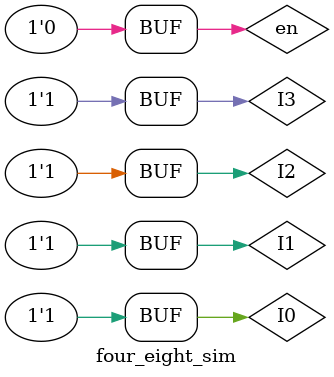
<source format=v>
`timescale 1ns / 1ps


module four_eight_sim( );
    reg I0, I1, I2, I3, en;
    wire Y0,Y1,Y10,Y11,Y12,Y13,Y14,Y15,Y2,Y3,Y4,Y5,Y6,Y7,Y8,Y9;
    
    four_sixteen_wrapper u(I0, I1, I2, I3, Y0, Y1,Y10,Y11,Y12,Y13,Y14,Y15,Y2,Y3,Y4,Y5,Y6,Y7,Y8,Y9, en);
    
    initial
    begin
        en = 1;
        {I3, I2, I1, I0} = 4'b0000;
        repeat(15)
            #10 {I3, I2, I1, I0} = {I3, I2, I1, I0} + 1;
        #10 en = 0;
        #10 {I3, I2, I1, I0} = 4'b0000;
        repeat(15)
            #10 {I3, I2, I1, I0} = {I3, I2, I1, I0} + 1;
    end
endmodule

</source>
